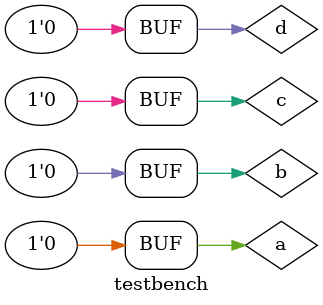
<source format=v>
`timescale 1us/1ns
module testbench();

	reg a, b, c, d;
	wire o1, o2, o3, o4, o5, o6, o7, o8, o9, o10;
	
	built_in_gates BUILT_IN(
		.a(a),	.b(b),	.c(c),	.d(d),
		.o1(o1), .o2(o2), .o3(o3), .o4(o4),
		.o5(o5), .o6(o6), .o7(o7), .o8(o8),
		.o9(o9), .o10(o10)
		);
	
	initial begin 
		#0.5; a = 1; b = 0; c = 1; d = 0;
		#1; a = 0; b = 1; c = 0; d = 1;
		#2; a = 0; b = 0; c = 1; d = 0;
		#1; a = 1; b = 1; c = 1; d = 1;
		#1; a = 0; b = 0; c = 0; d = 0;
		#5;
	end
	
endmodule

</source>
